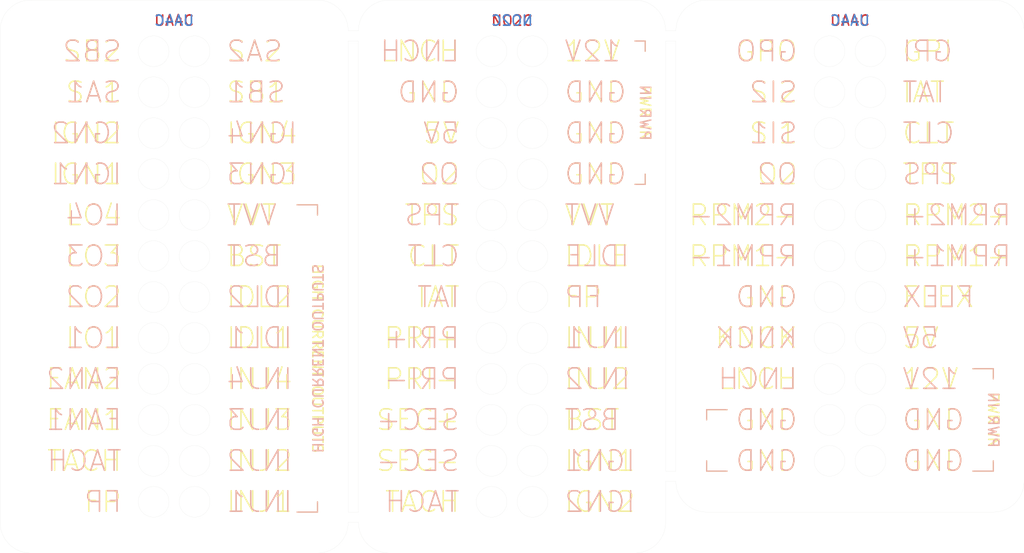
<source format=kicad_pcb>
(kicad_pcb (version 20171130) (host pcbnew 5.1.7-a382d34a8~87~ubuntu16.04.1)

  (general
    (thickness 1.6)
    (drawings 287)
    (tracks 0)
    (zones 0)
    (modules 0)
    (nets 1)
  )

  (page A4)
  (layers
    (0 F.Cu signal)
    (31 B.Cu signal)
    (32 B.Adhes user)
    (33 F.Adhes user)
    (34 B.Paste user)
    (35 F.Paste user)
    (36 B.SilkS user)
    (37 F.SilkS user)
    (38 B.Mask user)
    (39 F.Mask user)
    (40 Dwgs.User user)
    (41 Cmts.User user)
    (42 Eco1.User user)
    (43 Eco2.User user)
    (44 Edge.Cuts user)
    (45 Margin user)
    (46 B.CrtYd user)
    (47 F.CrtYd user)
    (48 B.Fab user)
    (49 F.Fab user)
  )

  (setup
    (last_trace_width 0.25)
    (trace_clearance 0.2)
    (zone_clearance 0.508)
    (zone_45_only no)
    (trace_min 0.2)
    (via_size 0.8)
    (via_drill 0.4)
    (via_min_size 0.4)
    (via_min_drill 0.3)
    (uvia_size 0.3)
    (uvia_drill 0.1)
    (uvias_allowed no)
    (uvia_min_size 0.2)
    (uvia_min_drill 0.1)
    (edge_width 0.05)
    (segment_width 0.2)
    (pcb_text_width 0.3)
    (pcb_text_size 1.5 1.5)
    (mod_edge_width 0.12)
    (mod_text_size 1 1)
    (mod_text_width 0.15)
    (pad_size 1.524 1.524)
    (pad_drill 0.762)
    (pad_to_mask_clearance 0.051)
    (solder_mask_min_width 0.25)
    (aux_axis_origin 0 0)
    (visible_elements FFFFFF7F)
    (pcbplotparams
      (layerselection 0x010f0_ffffffff)
      (usegerberextensions false)
      (usegerberattributes false)
      (usegerberadvancedattributes false)
      (creategerberjobfile false)
      (excludeedgelayer true)
      (linewidth 0.100000)
      (plotframeref false)
      (viasonmask false)
      (mode 1)
      (useauxorigin false)
      (hpglpennumber 1)
      (hpglpenspeed 20)
      (hpglpendiameter 15.000000)
      (psnegative false)
      (psa4output false)
      (plotreference true)
      (plotvalue true)
      (plotinvisibletext false)
      (padsonsilk false)
      (subtractmaskfromsilk false)
      (outputformat 1)
      (mirror false)
      (drillshape 0)
      (scaleselection 1)
      (outputdirectory "Gerber Files/"))
  )

  (net 0 "")

  (net_class Default "This is the default net class."
    (clearance 0.2)
    (trace_width 0.25)
    (via_dia 0.8)
    (via_drill 0.4)
    (uvia_dia 0.3)
    (uvia_drill 0.1)
  )

  (gr_text UA4C (at 178 73) (layer B.Cu) (tstamp 5E36B2B7)
    (effects (font (size 1 1) (thickness 0.15)) (justify mirror))
  )
  (gr_text UA4C (at 112 73) (layer B.Cu) (tstamp 5E36B2A6)
    (effects (font (size 1 1) (thickness 0.15)) (justify mirror))
  )
  (gr_text NO2C (at 145 73) (layer B.Cu) (tstamp 5E36B297)
    (effects (font (size 1 1) (thickness 0.15)) (justify mirror))
  )
  (gr_text NO2C (at 145 73) (layer F.Cu) (tstamp 5E36B279)
    (effects (font (size 1 1) (thickness 0.15)))
  )
  (gr_text UA4C (at 178 73) (layer F.Cu) (tstamp 5E36B271)
    (effects (font (size 1 1) (thickness 0.15)))
  )
  (gr_text UA4C (at 112 73) (layer F.Cu)
    (effects (font (size 1 1) (thickness 0.15)))
  )
  (gr_line (start 161 74) (end 160 74) (layer Edge.Cuts) (width 0.01) (tstamp 5E36B0B8))
  (gr_line (start 161 75) (end 160 75) (layer Edge.Cuts) (width 0.01) (tstamp 5E36B0B2))
  (gr_line (start 161 118) (end 160 118) (layer Edge.Cuts) (width 0.01) (tstamp 5E36B0B0))
  (gr_line (start 160 118) (end 160 122) (layer Edge.Cuts) (width 0.01))
  (gr_line (start 161 117) (end 160 117) (layer Edge.Cuts) (width 0.01))
  (gr_line (start 130 74) (end 129 74) (layer Edge.Cuts) (width 0.01) (tstamp 5E36B050))
  (gr_line (start 130 75) (end 129 75) (layer Edge.Cuts) (width 0.01) (tstamp 5E36B048))
  (gr_line (start 130 122) (end 129 122) (layer Edge.Cuts) (width 0.01) (tstamp 5E36B044))
  (gr_line (start 130 121) (end 129 121) (layer Edge.Cuts) (width 0.01))
  (gr_text IDL1 (at 117 104) (layer B.SilkS) (tstamp 5E36AD3D)
    (effects (font (size 2 2) (thickness 0.15)) (justify right mirror))
  )
  (gr_text SA2 (at 117 76) (layer B.SilkS) (tstamp 5E36AD3C)
    (effects (font (size 2 2) (thickness 0.15)) (justify right mirror))
  )
  (gr_text INJ3 (at 117 112) (layer B.SilkS) (tstamp 5E36AD3B)
    (effects (font (size 2 2) (thickness 0.15)) (justify right mirror))
  )
  (gr_text "HIGH CURRENT OUTPUTS" (at 126 106 -90) (layer B.SilkS) (tstamp 5E36AD3A)
    (effects (font (size 1 1) (thickness 0.15)) (justify mirror))
  )
  (gr_text BST (at 117 96) (layer B.SilkS) (tstamp 5E36AD39)
    (effects (font (size 2 2) (thickness 0.15)) (justify right mirror))
  )
  (gr_line (start 124 121) (end 126 121) (layer B.SilkS) (width 0.12) (tstamp 5E36AD38))
  (gr_text INJ4 (at 117 108) (layer B.SilkS) (tstamp 5E36AD37)
    (effects (font (size 2 2) (thickness 0.15)) (justify right mirror))
  )
  (gr_line (start 124 91) (end 126 91) (layer B.SilkS) (width 0.12) (tstamp 5E36AD36))
  (gr_line (start 126 91) (end 126 92) (layer B.SilkS) (width 0.12) (tstamp 5E36AD35))
  (gr_text IGN3 (at 117 88) (layer B.SilkS) (tstamp 5E36AD34)
    (effects (font (size 2 2) (thickness 0.15)) (justify right mirror))
  )
  (gr_text INJ2 (at 117 116) (layer B.SilkS) (tstamp 5E36AD33)
    (effects (font (size 2 2) (thickness 0.15)) (justify right mirror))
  )
  (gr_text IGN4 (at 117 84) (layer B.SilkS) (tstamp 5E36AD32)
    (effects (font (size 2 2) (thickness 0.15)) (justify right mirror))
  )
  (gr_text INJ1 (at 117 120) (layer B.SilkS) (tstamp 5E36AD31)
    (effects (font (size 2 2) (thickness 0.15)) (justify right mirror))
  )
  (gr_text SB1 (at 117 80) (layer B.SilkS) (tstamp 5E36AD30)
    (effects (font (size 2 2) (thickness 0.15)) (justify right mirror))
  )
  (gr_text VVT (at 117 92) (layer B.SilkS) (tstamp 5E36AD2F)
    (effects (font (size 2 2) (thickness 0.15)) (justify right mirror))
  )
  (gr_line (start 126 121) (end 126 120) (layer B.SilkS) (width 0.12) (tstamp 5E36AD2E))
  (gr_text IDL2 (at 117 100) (layer B.SilkS) (tstamp 5E36AD2D)
    (effects (font (size 2 2) (thickness 0.15)) (justify right mirror))
  )
  (gr_text LC1 (at 107 104) (layer B.SilkS) (tstamp 5E36AD20)
    (effects (font (size 2 2) (thickness 0.15)) (justify left mirror))
  )
  (gr_text LC4 (at 107 92) (layer B.SilkS) (tstamp 5E36AD1F)
    (effects (font (size 2 2) (thickness 0.15)) (justify left mirror))
  )
  (gr_text FP (at 107 120) (layer B.SilkS) (tstamp 5E36AD1E)
    (effects (font (size 2 2) (thickness 0.15)) (justify left mirror))
  )
  (gr_text FAN2 (at 107 108) (layer B.SilkS) (tstamp 5E36AD1D)
    (effects (font (size 2 2) (thickness 0.15)) (justify left mirror))
  )
  (gr_text IGN2 (at 107 84) (layer B.SilkS) (tstamp 5E36AD1C)
    (effects (font (size 2 2) (thickness 0.15)) (justify left mirror))
  )
  (gr_text IGN1 (at 107 88) (layer B.SilkS) (tstamp 5E36AD1B)
    (effects (font (size 2 2) (thickness 0.15)) (justify left mirror))
  )
  (gr_text LC2 (at 107 100) (layer B.SilkS) (tstamp 5E36AD1A)
    (effects (font (size 2 2) (thickness 0.15)) (justify left mirror))
  )
  (gr_text TACH (at 107 116) (layer B.SilkS) (tstamp 5E36AD19)
    (effects (font (size 2 2) (thickness 0.15)) (justify left mirror))
  )
  (gr_text SB2 (at 107 76) (layer B.SilkS) (tstamp 5E36AD18)
    (effects (font (size 2 2) (thickness 0.15)) (justify left mirror))
  )
  (gr_text FAN1 (at 107 112) (layer B.SilkS) (tstamp 5E36AD17)
    (effects (font (size 2 2) (thickness 0.15)) (justify left mirror))
  )
  (gr_text LC3 (at 107 96) (layer B.SilkS) (tstamp 5E36AD16)
    (effects (font (size 2 2) (thickness 0.15)) (justify left mirror))
  )
  (gr_text SA1 (at 107 80) (layer B.SilkS) (tstamp 5E36AD15)
    (effects (font (size 2 2) (thickness 0.15)) (justify left mirror))
  )
  (gr_text GND (at 183 116) (layer B.SilkS) (tstamp 5E36AD03)
    (effects (font (size 2 2) (thickness 0.15)) (justify right mirror))
  )
  (gr_text GND (at 183 112) (layer B.SilkS) (tstamp 5E36AD02)
    (effects (font (size 2 2) (thickness 0.15)) (justify right mirror))
  )
  (gr_line (start 192 117) (end 192 116) (layer B.SilkS) (width 0.12) (tstamp 5E36AD01))
  (gr_text "PWR IN" (at 192 112 -90) (layer B.SilkS) (tstamp 5E36AD00)
    (effects (font (size 1 1) (thickness 0.15)) (justify mirror))
  )
  (gr_text GPI (at 183 76) (layer B.SilkS) (tstamp 5E36ACFF)
    (effects (font (size 2 2) (thickness 0.15)) (justify right mirror))
  )
  (gr_line (start 190 117) (end 192 117) (layer B.SilkS) (width 0.12) (tstamp 5E36ACFE))
  (gr_text RPM2+ (at 183 92) (layer B.SilkS) (tstamp 5E36ACFD)
    (effects (font (size 2 2) (thickness 0.15)) (justify right mirror))
  )
  (gr_text TPS (at 183 88) (layer B.SilkS) (tstamp 5E36ACFC)
    (effects (font (size 2 2) (thickness 0.15)) (justify right mirror))
  )
  (gr_line (start 190 107) (end 192 107) (layer B.SilkS) (width 0.12) (tstamp 5E36ACFB))
  (gr_text RPM1+ (at 183 96) (layer B.SilkS) (tstamp 5E36ACFA)
    (effects (font (size 2 2) (thickness 0.15)) (justify right mirror))
  )
  (gr_line (start 192 107) (end 192 108) (layer B.SilkS) (width 0.12) (tstamp 5E36ACF9))
  (gr_text 5V (at 183 104) (layer B.SilkS) (tstamp 5E36ACF8)
    (effects (font (size 2 2) (thickness 0.15)) (justify right mirror))
  )
  (gr_text 12V (at 183 108) (layer B.SilkS) (tstamp 5E36ACF7)
    (effects (font (size 2 2) (thickness 0.15)) (justify right mirror))
  )
  (gr_text IAT (at 183 80) (layer B.SilkS) (tstamp 5E36ACF6)
    (effects (font (size 2 2) (thickness 0.15)) (justify right mirror))
  )
  (gr_text CLT (at 183 84) (layer B.SilkS) (tstamp 5E36ACF5)
    (effects (font (size 2 2) (thickness 0.15)) (justify right mirror))
  )
  (gr_text FLEX (at 183 100) (layer B.SilkS) (tstamp 5E36ACF4)
    (effects (font (size 2 2) (thickness 0.15)) (justify right mirror))
  )
  (gr_text RPM2- (at 173 92) (layer B.SilkS) (tstamp 5E36ACE3)
    (effects (font (size 2 2) (thickness 0.15)) (justify left mirror))
  )
  (gr_text RPM1- (at 173 96) (layer B.SilkS) (tstamp 5E36ACE2)
    (effects (font (size 2 2) (thickness 0.15)) (justify left mirror))
  )
  (gr_line (start 164 111) (end 164 112) (layer B.SilkS) (width 0.12) (tstamp 5E36ACE1))
  (gr_text LNCH (at 173 108) (layer B.SilkS) (tstamp 5E36ACE0)
    (effects (font (size 2 2) (thickness 0.15)) (justify left mirror))
  )
  (gr_text GND (at 173 112) (layer B.SilkS) (tstamp 5E36ACDF)
    (effects (font (size 2 2) (thickness 0.15)) (justify left mirror))
  )
  (gr_text GPO (at 173 76) (layer B.SilkS) (tstamp 5E36ACDE)
    (effects (font (size 2 2) (thickness 0.15)) (justify left mirror))
  )
  (gr_text SI1 (at 173 84) (layer B.SilkS) (tstamp 5E36ACDD)
    (effects (font (size 2 2) (thickness 0.15)) (justify left mirror))
  )
  (gr_line (start 166 111) (end 164 111) (layer B.SilkS) (width 0.12) (tstamp 5E36ACDC))
  (gr_text GND (at 173 116) (layer B.SilkS) (tstamp 5E36ACDB)
    (effects (font (size 2 2) (thickness 0.15)) (justify left mirror))
  )
  (gr_line (start 164 117) (end 164 116) (layer B.SilkS) (width 0.12) (tstamp 5E36ACDA))
  (gr_text KNCK (at 173 104) (layer B.SilkS) (tstamp 5E36ACD9)
    (effects (font (size 2 2) (thickness 0.15)) (justify left mirror))
  )
  (gr_text SI2 (at 173 80) (layer B.SilkS) (tstamp 5E36ACD8)
    (effects (font (size 2 2) (thickness 0.15)) (justify left mirror))
  )
  (gr_text GND (at 173 100) (layer B.SilkS) (tstamp 5E36ACD7)
    (effects (font (size 2 2) (thickness 0.15)) (justify left mirror))
  )
  (gr_text O2 (at 173 88) (layer B.SilkS) (tstamp 5E36ACD6)
    (effects (font (size 2 2) (thickness 0.15)) (justify left mirror))
  )
  (gr_line (start 166 117) (end 164 117) (layer B.SilkS) (width 0.12) (tstamp 5E36ACD5))
  (gr_line (start 164 111) (end 164 112) (layer F.SilkS) (width 0.12) (tstamp 5E36A970))
  (gr_line (start 166 111) (end 164 111) (layer F.SilkS) (width 0.12) (tstamp 5E36A96E))
  (gr_line (start 166 117) (end 164 117) (layer F.SilkS) (width 0.12) (tstamp 5E36A96D))
  (gr_line (start 164 117) (end 164 116) (layer F.SilkS) (width 0.12) (tstamp 5E36A96C))
  (gr_circle (center 110 92) (end 110 93.5) (layer Edge.Cuts) (width 0.01) (tstamp 5E36A89B))
  (gr_circle (center 110 116) (end 110 117.5) (layer Edge.Cuts) (width 0.01) (tstamp 5E36A89A))
  (gr_circle (center 114 76) (end 114 77.5) (layer Edge.Cuts) (width 0.01) (tstamp 5E36A897))
  (gr_text INJ2 (at 117 116) (layer F.SilkS) (tstamp 5E36A893)
    (effects (font (size 2 2) (thickness 0.15)) (justify left))
  )
  (gr_text LC4 (at 107 92) (layer F.SilkS) (tstamp 5E36A892)
    (effects (font (size 2 2) (thickness 0.15)) (justify right))
  )
  (gr_text INJ3 (at 117 112) (layer F.SilkS) (tstamp 5E36A891)
    (effects (font (size 2 2) (thickness 0.15)) (justify left))
  )
  (gr_circle (center 114 116) (end 114 117.5) (layer Edge.Cuts) (width 0.01) (tstamp 5E36A890))
  (gr_circle (center 110 100) (end 110 101.5) (layer Edge.Cuts) (width 0.01) (tstamp 5E36A88F))
  (gr_line (start 126 121) (end 126 120) (layer F.SilkS) (width 0.12) (tstamp 5E36A88E))
  (gr_text "HIGH CURRENT OUTPUTS" (at 126 106 -90) (layer F.SilkS) (tstamp 5E36A88D)
    (effects (font (size 1 1) (thickness 0.15)))
  )
  (gr_arc (start 98 122) (end 95 122) (angle -90) (layer Edge.Cuts) (width 0.01) (tstamp 5E36A88C))
  (gr_circle (center 110 104) (end 110 105.5) (layer Edge.Cuts) (width 0.01) (tstamp 5E36A889))
  (gr_circle (center 114 84) (end 114 85.5) (layer Edge.Cuts) (width 0.01) (tstamp 5E36A888))
  (gr_text LC3 (at 107 96) (layer F.SilkS) (tstamp 5E36A887)
    (effects (font (size 2 2) (thickness 0.15)) (justify right))
  )
  (gr_line (start 98 125) (end 126 125) (layer Edge.Cuts) (width 0.01) (tstamp 5E36A886))
  (gr_text FAN2 (at 107 108) (layer F.SilkS) (tstamp 5E36A884)
    (effects (font (size 2 2) (thickness 0.15)) (justify right))
  )
  (gr_circle (center 110 88) (end 110 89.5) (layer Edge.Cuts) (width 0.01) (tstamp 5E36A883))
  (gr_line (start 95 74) (end 95 122) (layer Edge.Cuts) (width 0.01) (tstamp 5E36A882))
  (gr_text FAN1 (at 107 112) (layer F.SilkS) (tstamp 5E36A881)
    (effects (font (size 2 2) (thickness 0.15)) (justify right))
  )
  (gr_text FP (at 107 120) (layer F.SilkS) (tstamp 5E36A87F)
    (effects (font (size 2 2) (thickness 0.15)) (justify right))
  )
  (gr_circle (center 114 108) (end 114 109.5) (layer Edge.Cuts) (width 0.01) (tstamp 5E36A87E))
  (gr_text SA2 (at 117 76) (layer F.SilkS) (tstamp 5E36A87C)
    (effects (font (size 2 2) (thickness 0.15)) (justify left))
  )
  (gr_text SB2 (at 107 76) (layer F.SilkS) (tstamp 5E36A87B)
    (effects (font (size 2 2) (thickness 0.15)) (justify right))
  )
  (gr_line (start 124 121) (end 126 121) (layer F.SilkS) (width 0.12) (tstamp 5E36A87A))
  (gr_text VVT (at 117 92) (layer F.SilkS) (tstamp 5E36A879)
    (effects (font (size 2 2) (thickness 0.15)) (justify left))
  )
  (gr_circle (center 114 88) (end 114 89.5) (layer Edge.Cuts) (width 0.01) (tstamp 5E36A878))
  (gr_text IGN2 (at 107 84) (layer F.SilkS) (tstamp 5E36A876)
    (effects (font (size 2 2) (thickness 0.15)) (justify right))
  )
  (gr_text IGN3 (at 117 88) (layer F.SilkS) (tstamp 5E36A875)
    (effects (font (size 2 2) (thickness 0.15)) (justify left))
  )
  (gr_line (start 124 91) (end 126 91) (layer F.SilkS) (width 0.12) (tstamp 5E36A874))
  (gr_line (start 129 121) (end 129 75) (layer Edge.Cuts) (width 0.01) (tstamp 5E36A873))
  (gr_text TACH (at 107 116) (layer F.SilkS) (tstamp 5E36A871)
    (effects (font (size 2 2) (thickness 0.15)) (justify right))
  )
  (gr_circle (center 110 80) (end 110 81.5) (layer Edge.Cuts) (width 0.01) (tstamp 5E36A870))
  (gr_text BST (at 117 96) (layer F.SilkS) (tstamp 5E36A86F)
    (effects (font (size 2 2) (thickness 0.15)) (justify left))
  )
  (gr_circle (center 114 92) (end 114 93.5) (layer Edge.Cuts) (width 0.01) (tstamp 5E36A86E))
  (gr_text INJ1 (at 117 120) (layer F.SilkS) (tstamp 5E36A86D)
    (effects (font (size 2 2) (thickness 0.15)) (justify left))
  )
  (gr_circle (center 114 112) (end 114 113.5) (layer Edge.Cuts) (width 0.01) (tstamp 5E36A86C))
  (gr_text LC1 (at 107 104) (layer F.SilkS) (tstamp 5E36A86A)
    (effects (font (size 2 2) (thickness 0.15)) (justify right))
  )
  (gr_arc (start 98 74) (end 98 71) (angle -90) (layer Edge.Cuts) (width 0.01) (tstamp 5E36A869))
  (gr_line (start 126 91) (end 126 92) (layer F.SilkS) (width 0.12) (tstamp 5E36A868))
  (gr_circle (center 114 120) (end 114 121.5) (layer Edge.Cuts) (width 0.01) (tstamp 5E36A867))
  (gr_circle (center 114 80) (end 114 81.5) (layer Edge.Cuts) (width 0.01) (tstamp 5E36A865))
  (gr_text SA1 (at 107 80) (layer F.SilkS) (tstamp 5E36A864)
    (effects (font (size 2 2) (thickness 0.15)) (justify right))
  )
  (gr_arc (start 126 74) (end 129 74) (angle -90) (layer Edge.Cuts) (width 0.01) (tstamp 5E36A863))
  (gr_text LC2 (at 107 100) (layer F.SilkS) (tstamp 5E36A862)
    (effects (font (size 2 2) (thickness 0.15)) (justify right))
  )
  (gr_circle (center 114 100) (end 114 101.5) (layer Edge.Cuts) (width 0.01) (tstamp 5E36A861))
  (gr_text IGN1 (at 107 88) (layer F.SilkS) (tstamp 5E36A85E)
    (effects (font (size 2 2) (thickness 0.15)) (justify right))
  )
  (gr_text IDL1 (at 117 104) (layer F.SilkS) (tstamp 5E36A85D)
    (effects (font (size 2 2) (thickness 0.15)) (justify left))
  )
  (gr_circle (center 110 84) (end 110 85.5) (layer Edge.Cuts) (width 0.01) (tstamp 5E36A858))
  (gr_text INJ4 (at 117 108) (layer F.SilkS) (tstamp 5E36A857)
    (effects (font (size 2 2) (thickness 0.15)) (justify left))
  )
  (gr_circle (center 114 96) (end 114 97.5) (layer Edge.Cuts) (width 0.01) (tstamp 5E36A856))
  (gr_text SB1 (at 117 80) (layer F.SilkS) (tstamp 5E36A854)
    (effects (font (size 2 2) (thickness 0.15)) (justify left))
  )
  (gr_text IGN4 (at 117 84) (layer F.SilkS) (tstamp 5E36A852)
    (effects (font (size 2 2) (thickness 0.15)) (justify left))
  )
  (gr_circle (center 110 108) (end 110 109.5) (layer Edge.Cuts) (width 0.01) (tstamp 5E36A851))
  (gr_circle (center 110 120) (end 111.5 120) (layer Edge.Cuts) (width 0.01) (tstamp 5E36A850))
  (gr_circle (center 110 76) (end 110 77.5) (layer Edge.Cuts) (width 0.01) (tstamp 5E36A84E))
  (gr_text IDL2 (at 117 100) (layer F.SilkS) (tstamp 5E36A84D)
    (effects (font (size 2 2) (thickness 0.15)) (justify left))
  )
  (gr_circle (center 114 104) (end 114 105.5) (layer Edge.Cuts) (width 0.01) (tstamp 5E36A84B))
  (gr_arc (start 126 122) (end 126 125) (angle -90) (layer Edge.Cuts) (width 0.01) (tstamp 5E36A849))
  (gr_circle (center 110 96) (end 110 97.5) (layer Edge.Cuts) (width 0.01) (tstamp 5E36A847))
  (gr_circle (center 110 112) (end 110 113.5) (layer Edge.Cuts) (width 0.01) (tstamp 5E36A846))
  (gr_line (start 98 71) (end 126 71) (layer Edge.Cuts) (width 0.01) (tstamp 5E36A842))
  (gr_line (start 190 117) (end 192 117) (layer F.SilkS) (width 0.12) (tstamp 5E36A7E5))
  (gr_circle (center 180 84) (end 180 85.5) (layer Edge.Cuts) (width 0.01) (tstamp 5E36A7E4))
  (gr_circle (center 176 76) (end 176 77.5) (layer Edge.Cuts) (width 0.01) (tstamp 5E36A7E3))
  (gr_circle (center 176 104) (end 176 105.5) (layer Edge.Cuts) (width 0.01) (tstamp 5E36A7E2))
  (gr_circle (center 180 100) (end 180 101.5) (layer Edge.Cuts) (width 0.01) (tstamp 5E36A7E1))
  (gr_circle (center 180 92) (end 180 93.5) (layer Edge.Cuts) (width 0.01) (tstamp 5E36A7E0))
  (gr_circle (center 176 96) (end 176 97.5) (layer Edge.Cuts) (width 0.01) (tstamp 5E36A7DF))
  (gr_circle (center 180 80) (end 180 81.5) (layer Edge.Cuts) (width 0.01) (tstamp 5E36A7DE))
  (gr_circle (center 180 88) (end 180 89.5) (layer Edge.Cuts) (width 0.01) (tstamp 5E36A7DD))
  (gr_text SI1 (at 173 84) (layer F.SilkS) (tstamp 5E36A7DC)
    (effects (font (size 2 2) (thickness 0.15)) (justify right))
  )
  (gr_text GPO (at 173 76) (layer F.SilkS) (tstamp 5E36A7DA)
    (effects (font (size 2 2) (thickness 0.15)) (justify right))
  )
  (gr_text GND (at 183 112) (layer F.SilkS) (tstamp 5E36A7D9)
    (effects (font (size 2 2) (thickness 0.15)) (justify left))
  )
  (gr_circle (center 180 108) (end 180 109.5) (layer Edge.Cuts) (width 0.01) (tstamp 5E36A7D8))
  (gr_circle (center 176 116) (end 176 117.5) (layer Edge.Cuts) (width 0.01) (tstamp 5E36A7D6))
  (gr_circle (center 180 104) (end 180 105.5) (layer Edge.Cuts) (width 0.01) (tstamp 5E36A7D5))
  (gr_circle (center 176 88) (end 176 89.5) (layer Edge.Cuts) (width 0.01) (tstamp 5E36A7D4))
  (gr_text GPI (at 183 76) (layer F.SilkS) (tstamp 5E36A7D3)
    (effects (font (size 2 2) (thickness 0.15)) (justify left))
  )
  (gr_text RPM2- (at 173 92) (layer F.SilkS) (tstamp 5E36A7D2)
    (effects (font (size 2 2) (thickness 0.15)) (justify right))
  )
  (gr_circle (center 180 76) (end 180 77.5) (layer Edge.Cuts) (width 0.01) (tstamp 5E36A7CE))
  (gr_text 5V (at 183 104) (layer F.SilkS) (tstamp 5E36A7CD)
    (effects (font (size 2 2) (thickness 0.15)) (justify left))
  )
  (gr_circle (center 176 84) (end 176 85.5) (layer Edge.Cuts) (width 0.01) (tstamp 5E36A7CB))
  (gr_line (start 195 118) (end 195 74) (layer Edge.Cuts) (width 0.01) (tstamp 5E36A7CA))
  (gr_circle (center 176 108) (end 176 109.5) (layer Edge.Cuts) (width 0.01) (tstamp 5E36A7C9))
  (gr_line (start 164 121) (end 192 121) (layer Edge.Cuts) (width 0.01) (tstamp 5E36A7C8))
  (gr_line (start 190 107) (end 192 107) (layer F.SilkS) (width 0.12) (tstamp 5E36A7C5))
  (gr_text RPM1+ (at 183 96) (layer F.SilkS) (tstamp 5E36A7C4)
    (effects (font (size 2 2) (thickness 0.15)) (justify left))
  )
  (gr_arc (start 164 118) (end 161 118) (angle -90) (layer Edge.Cuts) (width 0.01) (tstamp 5E36A7C3))
  (gr_text KNCK (at 173 104) (layer F.SilkS) (tstamp 5E36A7C2)
    (effects (font (size 2 2) (thickness 0.15)) (justify right))
  )
  (gr_text CLT (at 183 84) (layer F.SilkS) (tstamp 5E36A7C1)
    (effects (font (size 2 2) (thickness 0.15)) (justify left))
  )
  (gr_circle (center 176 92) (end 176 93.5) (layer Edge.Cuts) (width 0.01) (tstamp 5E36A7C0))
  (gr_text SI2 (at 173 80) (layer F.SilkS) (tstamp 5E36A7BF)
    (effects (font (size 2 2) (thickness 0.15)) (justify right))
  )
  (gr_text GND (at 183 116) (layer F.SilkS) (tstamp 5E36A7BE)
    (effects (font (size 2 2) (thickness 0.15)) (justify left))
  )
  (gr_arc (start 192 74) (end 195 74) (angle -90) (layer Edge.Cuts) (width 0.01) (tstamp 5E36A7BD))
  (gr_line (start 161 75) (end 161 117) (layer Edge.Cuts) (width 0.01) (tstamp 5E36A7BC))
  (gr_arc (start 164 74) (end 164 71) (angle -90) (layer Edge.Cuts) (width 0.01) (tstamp 5E36A7BB))
  (gr_text O2 (at 173 88) (layer F.SilkS) (tstamp 5E36A7BA)
    (effects (font (size 2 2) (thickness 0.15)) (justify right))
  )
  (gr_text GND (at 173 100) (layer F.SilkS) (tstamp 5E36A7B8)
    (effects (font (size 2 2) (thickness 0.15)) (justify right))
  )
  (gr_line (start 192 117) (end 192 116) (layer F.SilkS) (width 0.12) (tstamp 5E36A7B6))
  (gr_text GND (at 173 116) (layer F.SilkS) (tstamp 5E36A7B5)
    (effects (font (size 2 2) (thickness 0.15)) (justify right))
  )
  (gr_text 12V (at 183 108) (layer F.SilkS) (tstamp 5E36A7B4)
    (effects (font (size 2 2) (thickness 0.15)) (justify left))
  )
  (gr_text "PWR IN" (at 192 112 -90) (layer F.SilkS) (tstamp 5E36A7B3)
    (effects (font (size 1 1) (thickness 0.15)))
  )
  (gr_line (start 164 71) (end 192 71) (layer Edge.Cuts) (width 0.01) (tstamp 5E36A7B2))
  (gr_circle (center 176 80) (end 176 81.5) (layer Edge.Cuts) (width 0.01) (tstamp 5E36A7B1))
  (gr_text GND (at 173 112) (layer F.SilkS) (tstamp 5E36A7B0)
    (effects (font (size 2 2) (thickness 0.15)) (justify right))
  )
  (gr_arc (start 192 118) (end 192 121) (angle -90) (layer Edge.Cuts) (width 0.01) (tstamp 5E36A7AF))
  (gr_circle (center 180 112) (end 180 113.5) (layer Edge.Cuts) (width 0.01) (tstamp 5E36A7AD))
  (gr_circle (center 176 112) (end 176 113.5) (layer Edge.Cuts) (width 0.01) (tstamp 5E36A7AC))
  (gr_text LNCH (at 173 108) (layer F.SilkS) (tstamp 5E36A7AA)
    (effects (font (size 2 2) (thickness 0.15)) (justify right))
  )
  (gr_circle (center 180 96) (end 180 97.5) (layer Edge.Cuts) (width 0.01) (tstamp 5E36A7A9))
  (gr_text IAT (at 183 80) (layer F.SilkS) (tstamp 5E36A796)
    (effects (font (size 2 2) (thickness 0.15)) (justify left))
  )
  (gr_circle (center 176 100) (end 176 101.5) (layer Edge.Cuts) (width 0.01) (tstamp 5E36A795))
  (gr_line (start 192 107) (end 192 108) (layer F.SilkS) (width 0.12) (tstamp 5E36A794))
  (gr_text RPM1- (at 173 96) (layer F.SilkS) (tstamp 5E36A793)
    (effects (font (size 2 2) (thickness 0.15)) (justify right))
  )
  (gr_text TPS (at 183 88) (layer F.SilkS) (tstamp 5E36A792)
    (effects (font (size 2 2) (thickness 0.15)) (justify left))
  )
  (gr_circle (center 180 116) (end 180 117.5) (layer Edge.Cuts) (width 0.01) (tstamp 5E36A791))
  (gr_text RPM2+ (at 183 92) (layer F.SilkS) (tstamp 5E36A790)
    (effects (font (size 2 2) (thickness 0.15)) (justify left))
  )
  (gr_text FLEX (at 183 100) (layer F.SilkS) (tstamp 5E36A78E)
    (effects (font (size 2 2) (thickness 0.15)) (justify left))
  )
  (gr_line (start 157 89) (end 158 89) (layer B.SilkS) (width 0.12) (tstamp 5E36A44E))
  (gr_text IGN2 (at 150 120) (layer B.SilkS) (tstamp 5E36A44D)
    (effects (font (size 2 2) (thickness 0.15)) (justify right mirror))
  )
  (gr_text BST (at 150 112) (layer B.SilkS) (tstamp 5E36A44C)
    (effects (font (size 2 2) (thickness 0.15)) (justify right mirror))
  )
  (gr_text 12V (at 150 76) (layer B.SilkS) (tstamp 5E36A44B)
    (effects (font (size 2 2) (thickness 0.15)) (justify right mirror))
  )
  (gr_text INJ1 (at 150 104) (layer B.SilkS) (tstamp 5E36A44A)
    (effects (font (size 2 2) (thickness 0.15)) (justify right mirror))
  )
  (gr_line (start 157 75) (end 158 75) (layer B.SilkS) (width 0.12) (tstamp 5E36A449))
  (gr_text IDLE (at 150 96) (layer B.SilkS) (tstamp 5E36A448)
    (effects (font (size 2 2) (thickness 0.15)) (justify right mirror))
  )
  (gr_text GND (at 150 84) (layer B.SilkS) (tstamp 5E36A447)
    (effects (font (size 2 2) (thickness 0.15)) (justify right mirror))
  )
  (gr_text IGN1 (at 150 116) (layer B.SilkS) (tstamp 5E36A446)
    (effects (font (size 2 2) (thickness 0.15)) (justify right mirror))
  )
  (gr_line (start 158 89) (end 158 88) (layer B.SilkS) (width 0.12) (tstamp 5E36A445))
  (gr_text INJ2 (at 150 108) (layer B.SilkS) (tstamp 5E36A444)
    (effects (font (size 2 2) (thickness 0.15)) (justify right mirror))
  )
  (gr_text "PWR IN" (at 158 82 -90) (layer B.SilkS) (tstamp 5E36A443)
    (effects (font (size 1 1) (thickness 0.15)) (justify mirror))
  )
  (gr_text GND (at 150 80) (layer B.SilkS) (tstamp 5E36A442)
    (effects (font (size 2 2) (thickness 0.15)) (justify right mirror))
  )
  (gr_line (start 158 75) (end 158 76) (layer B.SilkS) (width 0.12) (tstamp 5E36A441))
  (gr_text GND (at 150 88) (layer B.SilkS) (tstamp 5E36A440)
    (effects (font (size 2 2) (thickness 0.15)) (justify right mirror))
  )
  (gr_text VVT (at 150 92) (layer B.SilkS) (tstamp 5E36A43F)
    (effects (font (size 2 2) (thickness 0.15)) (justify right mirror))
  )
  (gr_text FP (at 150 100) (layer B.SilkS) (tstamp 5E36A43E)
    (effects (font (size 2 2) (thickness 0.15)) (justify right mirror))
  )
  (gr_text 5V (at 140 84) (layer B.SilkS) (tstamp 5E36A38E)
    (effects (font (size 2 2) (thickness 0.15)) (justify left mirror))
  )
  (gr_text LNCH (at 140 76) (layer B.SilkS) (tstamp 5E36A38D)
    (effects (font (size 2 2) (thickness 0.15)) (justify left mirror))
  )
  (gr_text TPS (at 140 92) (layer B.SilkS) (tstamp 5E36A38C)
    (effects (font (size 2 2) (thickness 0.15)) (justify left mirror))
  )
  (gr_text TACH (at 140 120) (layer B.SilkS) (tstamp 5E36A38B)
    (effects (font (size 2 2) (thickness 0.15)) (justify left mirror))
  )
  (gr_text PRI+ (at 140 104) (layer B.SilkS) (tstamp 5E36A38A)
    (effects (font (size 2 2) (thickness 0.15)) (justify left mirror))
  )
  (gr_text GND (at 140 80) (layer B.SilkS) (tstamp 5E36A389)
    (effects (font (size 2 2) (thickness 0.15)) (justify left mirror))
  )
  (gr_text O2 (at 140 88) (layer B.SilkS) (tstamp 5E36A388)
    (effects (font (size 2 2) (thickness 0.15)) (justify left mirror))
  )
  (gr_text IAT (at 140 100) (layer B.SilkS) (tstamp 5E36A387)
    (effects (font (size 2 2) (thickness 0.15)) (justify left mirror))
  )
  (gr_text SEC- (at 140 116) (layer B.SilkS) (tstamp 5E36A386)
    (effects (font (size 2 2) (thickness 0.15)) (justify left mirror))
  )
  (gr_text SEC+ (at 140 112) (layer B.SilkS) (tstamp 5E36A385)
    (effects (font (size 2 2) (thickness 0.15)) (justify left mirror))
  )
  (gr_text PRI- (at 140 108) (layer B.SilkS) (tstamp 5E36A384)
    (effects (font (size 2 2) (thickness 0.15)) (justify left mirror))
  )
  (gr_text CLT (at 140 96) (layer B.SilkS) (tstamp 5E36A383)
    (effects (font (size 2 2) (thickness 0.15)) (justify left mirror))
  )
  (gr_line (start 133 125) (end 157 125) (layer Edge.Cuts) (width 0.01) (tstamp 5E36A329))
  (gr_line (start 133 71) (end 157 71) (layer Edge.Cuts) (width 0.01))
  (gr_arc (start 133 122) (end 130 122) (angle -90) (layer Edge.Cuts) (width 0.01) (tstamp 5E36A2C1))
  (gr_arc (start 157 122) (end 157 125) (angle -90) (layer Edge.Cuts) (width 0.01) (tstamp 5E36A2AD))
  (gr_arc (start 157 74) (end 160 74) (angle -90) (layer Edge.Cuts) (width 0.01) (tstamp 5E36A29C))
  (gr_arc (start 133 74) (end 133 71) (angle -90) (layer Edge.Cuts) (width 0.01))
  (gr_line (start 160 117) (end 160 75) (layer Edge.Cuts) (width 0.01))
  (gr_line (start 130 75) (end 130 121) (layer Edge.Cuts) (width 0.01))
  (gr_line (start 158 89) (end 158 88) (layer F.SilkS) (width 0.12))
  (gr_line (start 157 89) (end 158 89) (layer F.SilkS) (width 0.12))
  (gr_line (start 158 75) (end 158 76) (layer F.SilkS) (width 0.12))
  (gr_line (start 157 75) (end 158 75) (layer F.SilkS) (width 0.12))
  (gr_text "PWR IN" (at 158 82 -90) (layer F.SilkS)
    (effects (font (size 1 1) (thickness 0.15)))
  )
  (gr_text PRI- (at 140 108) (layer F.SilkS) (tstamp 5E369F74)
    (effects (font (size 2 2) (thickness 0.15)) (justify right))
  )
  (gr_text IAT (at 140 100) (layer F.SilkS) (tstamp 5E369F73)
    (effects (font (size 2 2) (thickness 0.15)) (justify right))
  )
  (gr_text SEC- (at 140 116) (layer F.SilkS) (tstamp 5E369F72)
    (effects (font (size 2 2) (thickness 0.15)) (justify right))
  )
  (gr_text PRI+ (at 140 104) (layer F.SilkS) (tstamp 5E369F71)
    (effects (font (size 2 2) (thickness 0.15)) (justify right))
  )
  (gr_text SEC+ (at 140 112) (layer F.SilkS) (tstamp 5E369F70)
    (effects (font (size 2 2) (thickness 0.15)) (justify right))
  )
  (gr_text TACH (at 140 120) (layer F.SilkS) (tstamp 5E369F6F)
    (effects (font (size 2 2) (thickness 0.15)) (justify right))
  )
  (gr_text TPS (at 140 92) (layer F.SilkS) (tstamp 5E369F68)
    (effects (font (size 2 2) (thickness 0.15)) (justify right))
  )
  (gr_text CLT (at 140 96) (layer F.SilkS) (tstamp 5E369F67)
    (effects (font (size 2 2) (thickness 0.15)) (justify right))
  )
  (gr_text 5V (at 140 84) (layer F.SilkS) (tstamp 5E369F61)
    (effects (font (size 2 2) (thickness 0.15)) (justify right))
  )
  (gr_text O2 (at 140 88) (layer F.SilkS) (tstamp 5E369F60)
    (effects (font (size 2 2) (thickness 0.15)) (justify right))
  )
  (gr_text GND (at 140 80) (layer F.SilkS) (tstamp 5E369F51)
    (effects (font (size 2 2) (thickness 0.15)) (justify right))
  )
  (gr_text LNCH (at 140 76) (layer F.SilkS)
    (effects (font (size 2 2) (thickness 0.15)) (justify right))
  )
  (gr_text FP (at 150 100) (layer F.SilkS) (tstamp 5E369EB5)
    (effects (font (size 2 2) (thickness 0.15)) (justify left))
  )
  (gr_text IGN2 (at 150 120) (layer F.SilkS) (tstamp 5E369EB4)
    (effects (font (size 2 2) (thickness 0.15)) (justify left))
  )
  (gr_text INJ2 (at 150 108) (layer F.SilkS) (tstamp 5E369EB3)
    (effects (font (size 2 2) (thickness 0.15)) (justify left))
  )
  (gr_text INJ1 (at 150 104) (layer F.SilkS) (tstamp 5E369EB2)
    (effects (font (size 2 2) (thickness 0.15)) (justify left))
  )
  (gr_text BST (at 150 112) (layer F.SilkS) (tstamp 5E369EB1)
    (effects (font (size 2 2) (thickness 0.15)) (justify left))
  )
  (gr_text IGN1 (at 150 116) (layer F.SilkS) (tstamp 5E369EB0)
    (effects (font (size 2 2) (thickness 0.15)) (justify left))
  )
  (gr_text GND (at 150 88) (layer F.SilkS) (tstamp 5E369EA8)
    (effects (font (size 2 2) (thickness 0.15)) (justify left))
  )
  (gr_text IDLE (at 150 96) (layer F.SilkS) (tstamp 5E369EA7)
    (effects (font (size 2 2) (thickness 0.15)) (justify left))
  )
  (gr_text VVT (at 150 92) (layer F.SilkS) (tstamp 5E369EA6)
    (effects (font (size 2 2) (thickness 0.15)) (justify left))
  )
  (gr_text GND (at 150 84) (layer F.SilkS) (tstamp 5E369E9C)
    (effects (font (size 2 2) (thickness 0.15)) (justify left))
  )
  (gr_text GND (at 150 80) (layer F.SilkS) (tstamp 5E369E99)
    (effects (font (size 2 2) (thickness 0.15)) (justify left))
  )
  (gr_text 12V (at 150 76) (layer F.SilkS)
    (effects (font (size 2 2) (thickness 0.15)) (justify left))
  )
  (gr_circle (center 143 88) (end 143 89.5) (layer Edge.Cuts) (width 0.01) (tstamp 5E369DD8))
  (gr_circle (center 147 84) (end 147 85.5) (layer Edge.Cuts) (width 0.01) (tstamp 5E369DD7))
  (gr_circle (center 147 76) (end 147 77.5) (layer Edge.Cuts) (width 0.01) (tstamp 5E369DD6))
  (gr_circle (center 143 80) (end 143 81.5) (layer Edge.Cuts) (width 0.01) (tstamp 5E369DD5))
  (gr_circle (center 147 88) (end 147 89.5) (layer Edge.Cuts) (width 0.01) (tstamp 5E369DD4))
  (gr_circle (center 143 76) (end 143 77.5) (layer Edge.Cuts) (width 0.01) (tstamp 5E369DD3))
  (gr_circle (center 147 80) (end 147 81.5) (layer Edge.Cuts) (width 0.01) (tstamp 5E369DD2))
  (gr_circle (center 143 84) (end 143 85.5) (layer Edge.Cuts) (width 0.01) (tstamp 5E369DD1))
  (gr_circle (center 147 92) (end 147 93.5) (layer Edge.Cuts) (width 0.01) (tstamp 5E369DC8))
  (gr_circle (center 143 100) (end 143 101.5) (layer Edge.Cuts) (width 0.01) (tstamp 5E369DC7))
  (gr_circle (center 143 104) (end 143 105.5) (layer Edge.Cuts) (width 0.01) (tstamp 5E369DC6))
  (gr_circle (center 143 92) (end 143 93.5) (layer Edge.Cuts) (width 0.01) (tstamp 5E369DC5))
  (gr_circle (center 147 96) (end 147 97.5) (layer Edge.Cuts) (width 0.01) (tstamp 5E369DC4))
  (gr_circle (center 143 96) (end 143 97.5) (layer Edge.Cuts) (width 0.01) (tstamp 5E369DC3))
  (gr_circle (center 147 100) (end 147 101.5) (layer Edge.Cuts) (width 0.01) (tstamp 5E369DC2))
  (gr_circle (center 147 104) (end 147 105.5) (layer Edge.Cuts) (width 0.01) (tstamp 5E369DC1))
  (gr_circle (center 143 108) (end 143 109.5) (layer Edge.Cuts) (width 0.01) (tstamp 5E369DBC))
  (gr_circle (center 143 112) (end 143 113.5) (layer Edge.Cuts) (width 0.01) (tstamp 5E369DBB))
  (gr_circle (center 147 108) (end 147 109.5) (layer Edge.Cuts) (width 0.01) (tstamp 5E369DBA))
  (gr_circle (center 147 112) (end 147 113.5) (layer Edge.Cuts) (width 0.01) (tstamp 5E369DB9))
  (gr_circle (center 143 116) (end 143 117.5) (layer Edge.Cuts) (width 0.01) (tstamp 5E369DB5))
  (gr_circle (center 147 116) (end 147 117.5) (layer Edge.Cuts) (width 0.01) (tstamp 5E369DB4))
  (gr_circle (center 143 120) (end 143 121.5) (layer Edge.Cuts) (width 0.01) (tstamp 5E369DAA))
  (gr_circle (center 147 120) (end 147 121.5) (layer Edge.Cuts) (width 0.01) (tstamp 5E369D07))

)

</source>
